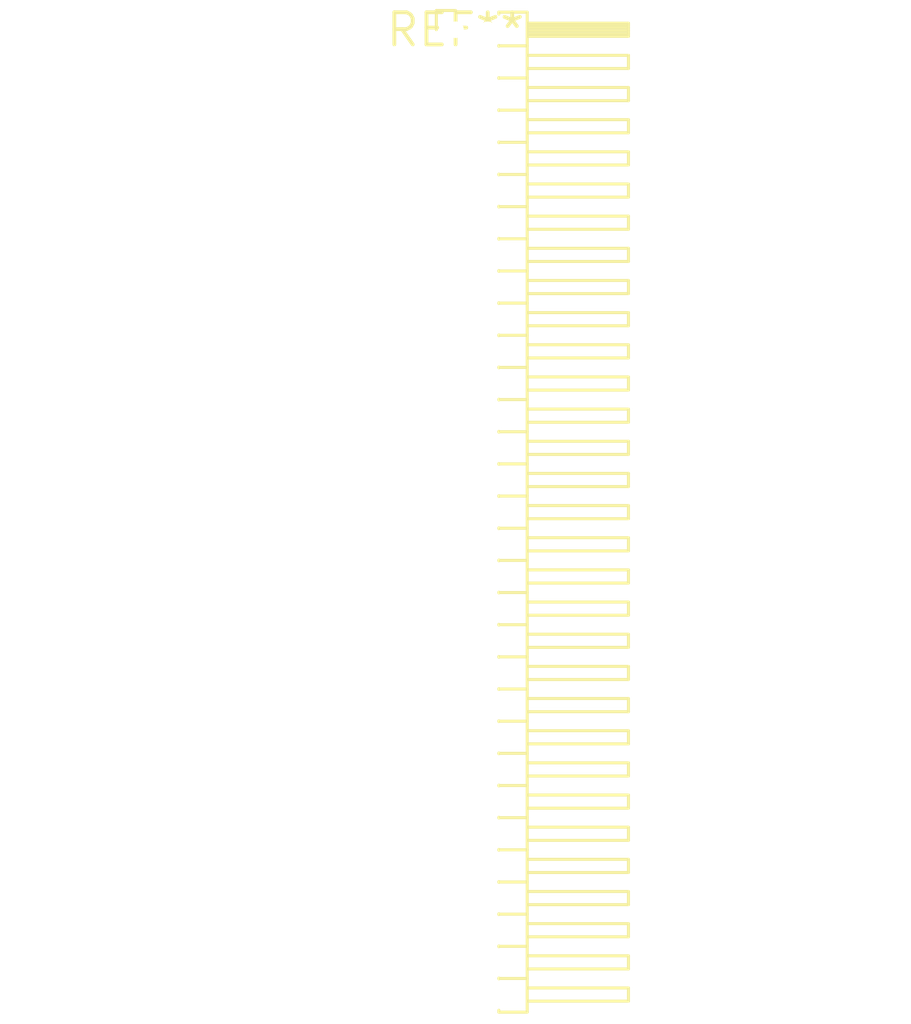
<source format=kicad_pcb>
(kicad_pcb (version 20240108) (generator pcbnew)
  (layers (0 "F.Cu" signal) (31 "B.Cu" signal) (34 "B.Paste" user) (35 "F.Paste" user) (36 "B.SilkS" user "B.Silkscreen") (37 "F.SilkS" user "F.Silkscreen") (38 "B.Mask" user) (39 "F.Mask" user) (44 "Edge.Cuts" user))
  (net 0 "")
  (footprint "PinHeader_2x31_P1.27mm_Horizontal" (layer "F.Cu") (at 0 0)
    (property "Reference" "REF**")
    (property "Value" "PinHeader_2x31_P1.27mm_Horizontal")
    (fp_line (start -0.76 -0.76) (end 0 -0.76) (layer "F.SilkS") (stroke (width 0.12)))
    (fp_line (start -0.76 0) (end -0.76 -0.76) (layer "F.SilkS") (stroke (width 0.12)))
    (fp_line (start 1.71 -0.695) (end 2.83 -0.695) (layer "F.SilkS") (stroke (width 0.12)))
    (fp_line (start 1.71 -0.619677) (end 1.71 -0.695) (layer "F.SilkS") (stroke (width 0.12)))
    (fp_line (start 1.71 0.619677) (end 1.71 0.650323) (layer "F.SilkS") (stroke (width 0.12)))
    (fp_line (start 1.71 0.635) (end 2.83 0.635) (layer "F.SilkS") (stroke (width 0.12)))
    (fp_line (start 1.71 1.889677) (end 1.71 1.920323) (layer "F.SilkS") (stroke (width 0.12)))
    (fp_line (start 1.71 1.905) (end 2.83 1.905) (layer "F.SilkS") (stroke (width 0.12)))
    (fp_line (start 1.71 3.159677) (end 1.71 3.190323) (layer "F.SilkS") (stroke (width 0.12)))
    (fp_line (start 1.71 3.175) (end 2.83 3.175) (layer "F.SilkS") (stroke (width 0.12)))
    (fp_line (start 1.71 4.429677) (end 1.71 4.460323) (layer "F.SilkS") (stroke (width 0.12)))
    (fp_line (start 1.71 4.445) (end 2.83 4.445) (layer "F.SilkS") (stroke (width 0.12)))
    (fp_line (start 1.71 5.699677) (end 1.71 5.730323) (layer "F.SilkS") (stroke (width 0.12)))
    (fp_line (start 1.71 5.715) (end 2.83 5.715) (layer "F.SilkS") (stroke (width 0.12)))
    (fp_line (start 1.71 6.969677) (end 1.71 7.000323) (layer "F.SilkS") (stroke (width 0.12)))
    (fp_line (start 1.71 6.985) (end 2.83 6.985) (layer "F.SilkS") (stroke (width 0.12)))
    (fp_line (start 1.71 8.239677) (end 1.71 8.270323) (layer "F.SilkS") (stroke (width 0.12)))
    (fp_line (start 1.71 8.255) (end 2.83 8.255) (layer "F.SilkS") (stroke (width 0.12)))
    (fp_line (start 1.71 9.509677) (end 1.71 9.540323) (layer "F.SilkS") (stroke (width 0.12)))
    (fp_line (start 1.71 9.525) (end 2.83 9.525) (layer "F.SilkS") (stroke (width 0.12)))
    (fp_line (start 1.71 10.779677) (end 1.71 10.810323) (layer "F.SilkS") (stroke (width 0.12)))
    (fp_line (start 1.71 10.795) (end 2.83 10.795) (layer "F.SilkS") (stroke (width 0.12)))
    (fp_line (start 1.71 12.049677) (end 1.71 12.080323) (layer "F.SilkS") (stroke (width 0.12)))
    (fp_line (start 1.71 12.065) (end 2.83 12.065) (layer "F.SilkS") (stroke (width 0.12)))
    (fp_line (start 1.71 13.319677) (end 1.71 13.350323) (layer "F.SilkS") (stroke (width 0.12)))
    (fp_line (start 1.71 13.335) (end 2.83 13.335) (layer "F.SilkS") (stroke (width 0.12)))
    (fp_line (start 1.71 14.589677) (end 1.71 14.620323) (layer "F.SilkS") (stroke (width 0.12)))
    (fp_line (start 1.71 14.605) (end 2.83 14.605) (layer "F.SilkS") (stroke (width 0.12)))
    (fp_line (start 1.71 15.859677) (end 1.71 15.890323) (layer "F.SilkS") (stroke (width 0.12)))
    (fp_line (start 1.71 15.875) (end 2.83 15.875) (layer "F.SilkS") (stroke (width 0.12)))
    (fp_line (start 1.71 17.129677) (end 1.71 17.160323) (layer "F.SilkS") (stroke (width 0.12)))
    (fp_line (start 1.71 17.145) (end 2.83 17.145) (layer "F.SilkS") (stroke (width 0.12)))
    (fp_line (start 1.71 18.399677) (end 1.71 18.430323) (layer "F.SilkS") (stroke (width 0.12)))
    (fp_line (start 1.71 18.415) (end 2.83 18.415) (layer "F.SilkS") (stroke (width 0.12)))
    (fp_line (start 1.71 19.669677) (end 1.71 19.700323) (layer "F.SilkS") (stroke (width 0.12)))
    (fp_line (start 1.71 19.685) (end 2.83 19.685) (layer "F.SilkS") (stroke (width 0.12)))
    (fp_line (start 1.71 20.939677) (end 1.71 20.970323) (layer "F.SilkS") (stroke (width 0.12)))
    (fp_line (start 1.71 20.955) (end 2.83 20.955) (layer "F.SilkS") (stroke (width 0.12)))
    (fp_line (start 1.71 22.209677) (end 1.71 22.240323) (layer "F.SilkS") (stroke (width 0.12)))
    (fp_line (start 1.71 22.225) (end 2.83 22.225) (layer "F.SilkS") (stroke (width 0.12)))
    (fp_line (start 1.71 23.479677) (end 1.71 23.510323) (layer "F.SilkS") (stroke (width 0.12)))
    (fp_line (start 1.71 23.495) (end 2.83 23.495) (layer "F.SilkS") (stroke (width 0.12)))
    (fp_line (start 1.71 24.749677) (end 1.71 24.780323) (layer "F.SilkS") (stroke (width 0.12)))
    (fp_line (start 1.71 24.765) (end 2.83 24.765) (layer "F.SilkS") (stroke (width 0.12)))
    (fp_line (start 1.71 26.019677) (end 1.71 26.050323) (layer "F.SilkS") (stroke (width 0.12)))
    (fp_line (start 1.71 26.035) (end 2.83 26.035) (layer "F.SilkS") (stroke (width 0.12)))
    (fp_line (start 1.71 27.289677) (end 1.71 27.320323) (layer "F.SilkS") (stroke (width 0.12)))
    (fp_line (start 1.71 27.305) (end 2.83 27.305) (layer "F.SilkS") (stroke (width 0.12)))
    (fp_line (start 1.71 28.559677) (end 1.71 28.590323) (layer "F.SilkS") (stroke (width 0.12)))
    (fp_line (start 1.71 28.575) (end 2.83 28.575) (layer "F.SilkS") (stroke (width 0.12)))
    (fp_line (start 1.71 29.829677) (end 1.71 29.860323) (layer "F.SilkS") (stroke (width 0.12)))
    (fp_line (start 1.71 29.845) (end 2.83 29.845) (layer "F.SilkS") (stroke (width 0.12)))
    (fp_line (start 1.71 31.099677) (end 1.71 31.130323) (layer "F.SilkS") (stroke (width 0.12)))
    (fp_line (start 1.71 31.115) (end 2.83 31.115) (layer "F.SilkS") (stroke (width 0.12)))
    (fp_line (start 1.71 32.369677) (end 1.71 32.400323) (layer "F.SilkS") (stroke (width 0.12)))
    (fp_line (start 1.71 32.385) (end 2.83 32.385) (layer "F.SilkS") (stroke (width 0.12)))
    (fp_line (start 1.71 33.639677) (end 1.71 33.670323) (layer "F.SilkS") (stroke (width 0.12)))
    (fp_line (start 1.71 33.655) (end 2.83 33.655) (layer "F.SilkS") (stroke (width 0.12)))
    (fp_line (start 1.71 34.909677) (end 1.71 34.940323) (layer "F.SilkS") (stroke (width 0.12)))
    (fp_line (start 1.71 34.925) (end 2.83 34.925) (layer "F.SilkS") (stroke (width 0.12)))
    (fp_line (start 1.71 36.179677) (end 1.71 36.210323) (layer "F.SilkS") (stroke (width 0.12)))
    (fp_line (start 1.71 36.195) (end 2.83 36.195) (layer "F.SilkS") (stroke (width 0.12)))
    (fp_line (start 1.71 37.449677) (end 1.71 37.480323) (layer "F.SilkS") (stroke (width 0.12)))
    (fp_line (start 1.71 37.465) (end 2.83 37.465) (layer "F.SilkS") (stroke (width 0.12)))
    (fp_line (start 1.71 38.795) (end 1.71 38.719677) (layer "F.SilkS") (stroke (width 0.12)))
    (fp_line (start 2.83 -0.695) (end 2.83 38.795) (layer "F.SilkS") (stroke (width 0.12)))
    (fp_line (start 2.83 -0.26) (end 6.83 -0.26) (layer "F.SilkS") (stroke (width 0.12)))
    (fp_line (start 2.83 -0.2) (end 6.83 -0.2) (layer "F.SilkS") (stroke (width 0.12)))
    (fp_line (start 2.83 -0.08) (end 6.83 -0.08) (layer "F.SilkS") (stroke (width 0.12)))
    (fp_line (start 2.83 0.04) (end 6.83 0.04) (layer "F.SilkS") (stroke (width 0.12)))
    (fp_line (start 2.83 0.16) (end 6.83 0.16) (layer "F.SilkS") (stroke (width 0.12)))
    (fp_line (start 2.83 1.01) (end 6.83 1.01) (layer "F.SilkS") (stroke (width 0.12)))
    (fp_line (start 2.83 2.28) (end 6.83 2.28) (layer "F.SilkS") (stroke (width 0.12)))
    (fp_line (start 2.83 3.55) (end 6.83 3.55) (layer "F.SilkS") (stroke (width 0.12)))
    (fp_line (start 2.83 4.82) (end 6.83 4.82) (layer "F.SilkS") (stroke (width 0.12)))
    (fp_line (start 2.83 6.09) (end 6.83 6.09) (layer "F.SilkS") (stroke (width 0.12)))
    (fp_line (start 2.83 7.36) (end 6.83 7.36) (layer "F.SilkS") (stroke (width 0.12)))
    (fp_line (start 2.83 8.63) (end 6.83 8.63) (layer "F.SilkS") (stroke (width 0.12)))
    (fp_line (start 2.83 9.9) (end 6.83 9.9) (layer "F.SilkS") (stroke (width 0.12)))
    (fp_line (start 2.83 11.17) (end 6.83 11.17) (layer "F.SilkS") (stroke (width 0.12)))
    (fp_line (start 2.83 12.44) (end 6.83 12.44) (layer "F.SilkS") (stroke (width 0.12)))
    (fp_line (start 2.83 13.71) (end 6.83 13.71) (layer "F.SilkS") (stroke (width 0.12)))
    (fp_line (start 2.83 14.98) (end 6.83 14.98) (layer "F.SilkS") (stroke (width 0.12)))
    (fp_line (start 2.83 16.25) (end 6.83 16.25) (layer "F.SilkS") (stroke (width 0.12)))
    (fp_line (start 2.83 17.52) (end 6.83 17.52) (layer "F.SilkS") (stroke (width 0.12)))
    (fp_line (start 2.83 18.79) (end 6.83 18.79) (layer "F.SilkS") (stroke (width 0.12)))
    (fp_line (start 2.83 20.06) (end 6.83 20.06) (layer "F.SilkS") (stroke (width 0.12)))
    (fp_line (start 2.83 21.33) (end 6.83 21.33) (layer "F.SilkS") (stroke (width 0.12)))
    (fp_line (start 2.83 22.6) (end 6.83 22.6) (layer "F.SilkS") (stroke (width 0.12)))
    (fp_line (start 2.83 23.87) (end 6.83 23.87) (layer "F.SilkS") (stroke (width 0.12)))
    (fp_line (start 2.83 25.14) (end 6.83 25.14) (layer "F.SilkS") (stroke (width 0.12)))
    (fp_line (start 2.83 26.41) (end 6.83 26.41) (layer "F.SilkS") (stroke (width 0.12)))
    (fp_line (start 2.83 27.68) (end 6.83 27.68) (layer "F.SilkS") (stroke (width 0.12)))
    (fp_line (start 2.83 28.95) (end 6.83 28.95) (layer "F.SilkS") (stroke (width 0.12)))
    (fp_line (start 2.83 30.22) (end 6.83 30.22) (layer "F.SilkS") (stroke (width 0.12)))
    (fp_line (start 2.83 31.49) (end 6.83 31.49) (layer "F.SilkS") (stroke (width 0.12)))
    (fp_line (start 2.83 32.76) (end 6.83 32.76) (layer "F.SilkS") (stroke (width 0.12)))
    (fp_line (start 2.83 34.03) (end 6.83 34.03) (layer "F.SilkS") (stroke (width 0.12)))
    (fp_line (start 2.83 35.3) (end 6.83 35.3) (layer "F.SilkS") (stroke (width 0.12)))
    (fp_line (start 2.83 36.57) (end 6.83 36.57) (layer "F.SilkS") (stroke (width 0.12)))
    (fp_line (start 2.83 37.84) (end 6.83 37.84) (layer "F.SilkS") (stroke (width 0.12)))
    (fp_line (start 2.83 38.795) (end 1.71 38.795) (layer "F.SilkS") (stroke (width 0.12)))
    (fp_line (start 6.83 -0.26) (end 6.83 0.26) (layer "F.SilkS") (stroke (width 0.12)))
    (fp_line (start 6.83 0.26) (end 2.83 0.26) (layer "F.SilkS") (stroke (width 0.12)))
    (fp_line (start 6.83 1.01) (end 6.83 1.53) (layer "F.SilkS") (stroke (width 0.12)))
    (fp_line (start 6.83 1.53) (end 2.83 1.53) (layer "F.SilkS") (stroke (width 0.12)))
    (fp_line (start 6.83 2.28) (end 6.83 2.8) (layer "F.SilkS") (stroke (width 0.12)))
    (fp_line (start 6.83 2.8) (end 2.83 2.8) (layer "F.SilkS") (stroke (width 0.12)))
    (fp_line (start 6.83 3.55) (end 6.83 4.07) (layer "F.SilkS") (stroke (width 0.12)))
    (fp_line (start 6.83 4.07) (end 2.83 4.07) (layer "F.SilkS") (stroke (width 0.12)))
    (fp_line (start 6.83 4.82) (end 6.83 5.34) (layer "F.SilkS") (stroke (width 0.12)))
    (fp_line (start 6.83 5.34) (end 2.83 5.34) (layer "F.SilkS") (stroke (width 0.12)))
    (fp_line (start 6.83 6.09) (end 6.83 6.61) (layer "F.SilkS") (stroke (width 0.12)))
    (fp_line (start 6.83 6.61) (end 2.83 6.61) (layer "F.SilkS") (stroke (width 0.12)))
    (fp_line (start 6.83 7.36) (end 6.83 7.88) (layer "F.SilkS") (stroke (width 0.12)))
    (fp_line (start 6.83 7.88) (end 2.83 7.88) (layer "F.SilkS") (stroke (width 0.12)))
    (fp_line (start 6.83 8.63) (end 6.83 9.15) (layer "F.SilkS") (stroke (width 0.12)))
    (fp_line (start 6.83 9.15) (end 2.83 9.15) (layer "F.SilkS") (stroke (width 0.12)))
    (fp_line (start 6.83 9.9) (end 6.83 10.42) (layer "F.SilkS") (stroke (width 0.12)))
    (fp_line (start 6.83 10.42) (end 2.83 10.42) (layer "F.SilkS") (stroke (width 0.12)))
    (fp_line (start 6.83 11.17) (end 6.83 11.69) (layer "F.SilkS") (stroke (width 0.12)))
    (fp_line (start 6.83 11.69) (end 2.83 11.69) (layer "F.SilkS") (stroke (width 0.12)))
    (fp_line (start 6.83 12.44) (end 6.83 12.96) (layer "F.SilkS") (stroke (width 0.12)))
    (fp_line (start 6.83 12.96) (end 2.83 12.96) (layer "F.SilkS") (stroke (width 0.12)))
    (fp_line (start 6.83 13.71) (end 6.83 14.23) (layer "F.SilkS") (stroke (width 0.12)))
    (fp_line (start 6.83 14.23) (end 2.83 14.23) (layer "F.SilkS") (stroke (width 0.12)))
    (fp_line (start 6.83 14.98) (end 6.83 15.5) (layer "F.SilkS") (stroke (width 0.12)))
    (fp_line (start 6.83 15.5) (end 2.83 15.5) (layer "F.SilkS") (stroke (width 0.12)))
    (fp_line (start 6.83 16.25) (end 6.83 16.77) (layer "F.SilkS") (stroke (width 0.12)))
    (fp_line (start 6.83 16.77) (end 2.83 16.77) (layer "F.SilkS") (stroke (width 0.12)))
    (fp_line (start 6.83 17.52) (end 6.83 18.04) (layer "F.SilkS") (stroke (width 0.12)))
    (fp_line (start 6.83 18.04) (end 2.83 18.04) (layer "F.SilkS") (stroke (width 0.12)))
    (fp_line (start 6.83 18.79) (end 6.83 19.31) (layer "F.SilkS") (stroke (width 0.12)))
    (fp_line (start 6.83 19.31) (end 2.83 19.31) (layer "F.SilkS") (stroke (width 0.12)))
    (fp_line (start 6.83 20.06) (end 6.83 20.58) (layer "F.SilkS") (stroke (width 0.12)))
    (fp_line (start 6.83 20.58) (end 2.83 20.58) (layer "F.SilkS") (stroke (width 0.12)))
    (fp_line (start 6.83 21.33) (end 6.83 21.85) (layer "F.SilkS") (stroke (width 0.12)))
    (fp_line (start 6.83 21.85) (end 2.83 21.85) (layer "F.SilkS") (stroke (width 0.12)))
    (fp_line (start 6.83 22.6) (end 6.83 23.12) (layer "F.SilkS") (stroke (width 0.12)))
    (fp_line (start 6.83 23.12) (end 2.83 23.12) (layer "F.SilkS") (stroke (width 0.12)))
    (fp_line (start 6.83 23.87) (end 6.83 24.39) (layer "F.SilkS") (stroke (width 0.12)))
    (fp_line (start 6.83 24.39) (end 2.83 24.39) (layer "F.SilkS") (stroke (width 0.12)))
    (fp_line (start 6.83 25.14) (end 6.83 25.66) (layer "F.SilkS") (stroke (width 0.12)))
    (fp_line (start 6.83 25.66) (end 2.83 25.66) (layer "F.SilkS") (stroke (width 0.12)))
    (fp_line (start 6.83 26.41) (end 6.83 26.93) (layer "F.SilkS") (stroke (width 0.12)))
    (fp_line (start 6.83 26.93) (end 2.83 26.93) (layer "F.SilkS") (stroke (width 0.12)))
    (fp_line (start 6.83 27.68) (end 6.83 28.2) (layer "F.SilkS") (stroke (width 0.12)))
    (fp_line (start 6.83 28.2) (end 2.83 28.2) (layer "F.SilkS") (stroke (width 0.12)))
    (fp_line (start 6.83 28.95) (end 6.83 29.47) (layer "F.SilkS") (stroke (width 0.12)))
    (fp_line (start 6.83 29.47) (end 2.83 29.47) (layer "F.SilkS") (stroke (width 0.12)))
    (fp_line (start 6.83 30.22) (end 6.83 30.74) (layer "F.SilkS") (stroke (width 0.12)))
    (fp_line (start 6.83 30.74) (end 2.83 30.74) (layer "F.SilkS") (stroke (width 0.12)))
    (fp_line (start 6.83 31.49) (end 6.83 32.01) (layer "F.SilkS") (stroke (width 0.12)))
    (fp_line (start 6.83 32.01) (end 2.83 32.01) (layer "F.SilkS") (stroke (width 0.12)))
    (fp_line (start 6.83 32.76) (end 6.83 33.28) (layer "F.SilkS") (stroke (width 0.12)))
    (fp_line (start 6.83 33.28) (end 2.83 33.28) (layer "F.SilkS") (stroke (width 0.12)))
    (fp_line (start 6.83 34.03) (end 6.83 34.55) (layer "F.SilkS") (stroke (width 0.12)))
    (fp_line (start 6.83 34.55) (end 2.83 34.55) (layer "F.SilkS") (stroke (width 0.12)))
    (fp_line (start 6.83 35.3) (end 6.83 35.82) (layer "F.SilkS") (stroke (width 0.12)))
    (fp_line (start 6.83 35.82) (end 2.83 35.82) (layer "F.SilkS") (stroke (width 0.12)))
    (fp_line (start 6.83 36.57) (end 6.83 37.09) (layer "F.SilkS") (stroke (width 0.12)))
    (fp_line (start 6.83 37.09) (end 2.83 37.09) (layer "F.SilkS") (stroke (width 0.12)))
    (fp_line (start 6.83 37.84) (end 6.83 38.36) (layer "F.SilkS") (stroke (width 0.12)))
    (fp_line (start 6.83 38.36) (end 2.83 38.36) (layer "F.SilkS") (stroke (width 0.12)))
    (pad "1" thru_hole rect (at 0 0) (size 1 1) (drill 0.65) (layers *.Cu *.Mask) (remove_unused_layers))
    (pad "2" thru_hole oval (at 1.27 0) (size 1 1) (drill 0.65) (layers *.Cu *.Mask) (remove_unused_layers))
    (pad "3" thru_hole oval (at 0 1.27) (size 1 1) (drill 0.65) (layers *.Cu *.Mask) (remove_unused_layers))
    (pad "4" thru_hole oval (at 1.27 1.27) (size 1 1) (drill 0.65) (layers *.Cu *.Mask) (remove_unused_layers))
    (pad "5" thru_hole oval (at 0 2.54) (size 1 1) (drill 0.65) (layers *.Cu *.Mask) (remove_unused_layers))
    (pad "6" thru_hole oval (at 1.27 2.54) (size 1 1) (drill 0.65) (layers *.Cu *.Mask) (remove_unused_layers))
    (pad "7" thru_hole oval (at 0 3.81) (size 1 1) (drill 0.65) (layers *.Cu *.Mask) (remove_unused_layers))
    (pad "8" thru_hole oval (at 1.27 3.81) (size 1 1) (drill 0.65) (layers *.Cu *.Mask) (remove_unused_layers))
    (pad "9" thru_hole oval (at 0 5.08) (size 1 1) (drill 0.65) (layers *.Cu *.Mask) (remove_unused_layers))
    (pad "10" thru_hole oval (at 1.27 5.08) (size 1 1) (drill 0.65) (layers *.Cu *.Mask) (remove_unused_layers))
    (pad "11" thru_hole oval (at 0 6.35) (size 1 1) (drill 0.65) (layers *.Cu *.Mask) (remove_unused_layers))
    (pad "12" thru_hole oval (at 1.27 6.35) (size 1 1) (drill 0.65) (layers *.Cu *.Mask) (remove_unused_layers))
    (pad "13" thru_hole oval (at 0 7.62) (size 1 1) (drill 0.65) (layers *.Cu *.Mask) (remove_unused_layers))
    (pad "14" thru_hole oval (at 1.27 7.62) (size 1 1) (drill 0.65) (layers *.Cu *.Mask) (remove_unused_layers))
    (pad "15" thru_hole oval (at 0 8.89) (size 1 1) (drill 0.65) (layers *.Cu *.Mask) (remove_unused_layers))
    (pad "16" thru_hole oval (at 1.27 8.89) (size 1 1) (drill 0.65) (layers *.Cu *.Mask) (remove_unused_layers))
    (pad "17" thru_hole oval (at 0 10.16) (size 1 1) (drill 0.65) (layers *.Cu *.Mask) (remove_unused_layers))
    (pad "18" thru_hole oval (at 1.27 10.16) (size 1 1) (drill 0.65) (layers *.Cu *.Mask) (remove_unused_layers))
    (pad "19" thru_hole oval (at 0 11.43) (size 1 1) (drill 0.65) (layers *.Cu *.Mask) (remove_unused_layers))
    (pad "20" thru_hole oval (at 1.27 11.43) (size 1 1) (drill 0.65) (layers *.Cu *.Mask) (remove_unused_layers))
    (pad "21" thru_hole oval (at 0 12.7) (size 1 1) (drill 0.65) (layers *.Cu *.Mask) (remove_unused_layers))
    (pad "22" thru_hole oval (at 1.27 12.7) (size 1 1) (drill 0.65) (layers *.Cu *.Mask) (remove_unused_layers))
    (pad "23" thru_hole oval (at 0 13.97) (size 1 1) (drill 0.65) (layers *.Cu *.Mask) (remove_unused_layers))
    (pad "24" thru_hole oval (at 1.27 13.97) (size 1 1) (drill 0.65) (layers *.Cu *.Mask) (remove_unused_layers))
    (pad "25" thru_hole oval (at 0 15.24) (size 1 1) (drill 0.65) (layers *.Cu *.Mask) (remove_unused_layers))
    (pad "26" thru_hole oval (at 1.27 15.24) (size 1 1) (drill 0.65) (layers *.Cu *.Mask) (remove_unused_layers))
    (pad "27" thru_hole oval (at 0 16.51) (size 1 1) (drill 0.65) (layers *.Cu *.Mask) (remove_unused_layers))
    (pad "28" thru_hole oval (at 1.27 16.51) (size 1 1) (drill 0.65) (layers *.Cu *.Mask) (remove_unused_layers))
    (pad "29" thru_hole oval (at 0 17.78) (size 1 1) (drill 0.65) (layers *.Cu *.Mask) (remove_unused_layers))
    (pad "30" thru_hole oval (at 1.27 17.78) (size 1 1) (drill 0.65) (layers *.Cu *.Mask) (remove_unused_layers))
    (pad "31" thru_hole oval (at 0 19.05) (size 1 1) (drill 0.65) (layers *.Cu *.Mask) (remove_unused_layers))
    (pad "32" thru_hole oval (at 1.27 19.05) (size 1 1) (drill 0.65) (layers *.Cu *.Mask) (remove_unused_layers))
    (pad "33" thru_hole oval (at 0 20.32) (size 1 1) (drill 0.65) (layers *.Cu *.Mask) (remove_unused_layers))
    (pad "34" thru_hole oval (at 1.27 20.32) (size 1 1) (drill 0.65) (layers *.Cu *.Mask) (remove_unused_layers))
    (pad "35" thru_hole oval (at 0 21.59) (size 1 1) (drill 0.65) (layers *.Cu *.Mask) (remove_unused_layers))
    (pad "36" thru_hole oval (at 1.27 21.59) (size 1 1) (drill 0.65) (layers *.Cu *.Mask) (remove_unused_layers))
    (pad "37" thru_hole oval (at 0 22.86) (size 1 1) (drill 0.65) (layers *.Cu *.Mask) (remove_unused_layers))
    (pad "38" thru_hole oval (at 1.27 22.86) (size 1 1) (drill 0.65) (layers *.Cu *.Mask) (remove_unused_layers))
    (pad "39" thru_hole oval (at 0 24.13) (size 1 1) (drill 0.65) (layers *.Cu *.Mask) (remove_unused_layers))
    (pad "40" thru_hole oval (at 1.27 24.13) (size 1 1) (drill 0.65) (layers *.Cu *.Mask) (remove_unused_layers))
    (pad "41" thru_hole oval (at 0 25.4) (size 1 1) (drill 0.65) (layers *.Cu *.Mask) (remove_unused_layers))
    (pad "42" thru_hole oval (at 1.27 25.4) (size 1 1) (drill 0.65) (layers *.Cu *.Mask) (remove_unused_layers))
    (pad "43" thru_hole oval (at 0 26.67) (size 1 1) (drill 0.65) (layers *.Cu *.Mask) (remove_unused_layers))
    (pad "44" thru_hole oval (at 1.27 26.67) (size 1 1) (drill 0.65) (layers *.Cu *.Mask) (remove_unused_layers))
    (pad "45" thru_hole oval (at 0 27.94) (size 1 1) (drill 0.65) (layers *.Cu *.Mask) (remove_unused_layers))
    (pad "46" thru_hole oval (at 1.27 27.94) (size 1 1) (drill 0.65) (layers *.Cu *.Mask) (remove_unused_layers))
    (pad "47" thru_hole oval (at 0 29.21) (size 1 1) (drill 0.65) (layers *.Cu *.Mask) (remove_unused_layers))
    (pad "48" thru_hole oval (at 1.27 29.21) (size 1 1) (drill 0.65) (layers *.Cu *.Mask) (remove_unused_layers))
    (pad "49" thru_hole oval (at 0 30.48) (size 1 1) (drill 0.65) (layers *.Cu *.Mask) (remove_unused_layers))
    (pad "50" thru_hole oval (at 1.27 30.48) (size 1 1) (drill 0.65) (layers *.Cu *.Mask) (remove_unused_layers))
    (pad "51" thru_hole oval (at 0 31.75) (size 1 1) (drill 0.65) (layers *.Cu *.Mask) (remove_unused_layers))
    (pad "52" thru_hole oval (at 1.27 31.75) (size 1 1) (drill 0.65) (layers *.Cu *.Mask) (remove_unused_layers))
    (pad "53" thru_hole oval (at 0 33.02) (size 1 1) (drill 0.65) (layers *.Cu *.Mask) (remove_unused_layers))
    (pad "54" thru_hole oval (at 1.27 33.02) (size 1 1) (drill 0.65) (layers *.Cu *.Mask) (remove_unused_layers))
    (pad "55" thru_hole oval (at 0 34.29) (size 1 1) (drill 0.65) (layers *.Cu *.Mask) (remove_unused_layers))
    (pad "56" thru_hole oval (at 1.27 34.29) (size 1 1) (drill 0.65) (layers *.Cu *.Mask) (remove_unused_layers))
    (pad "57" thru_hole oval (at 0 35.56) (size 1 1) (drill 0.65) (layers *.Cu *.Mask) (remove_unused_layers))
    (pad "58" thru_hole oval (at 1.27 35.56) (size 1 1) (drill 0.65) (layers *.Cu *.Mask) (remove_unused_layers))
    (pad "59" thru_hole oval (at 0 36.83) (size 1 1) (drill 0.65) (layers *.Cu *.Mask) (remove_unused_layers))
    (pad "60" thru_hole oval (at 1.27 36.83) (size 1 1) (drill 0.65) (layers *.Cu *.Mask) (remove_unused_layers))
    (pad "61" thru_hole oval (at 0 38.1) (size 1 1) (drill 0.65) (layers *.Cu *.Mask) (remove_unused_layers))
    (pad "62" thru_hole oval (at 1.27 38.1) (size 1 1) (drill 0.65) (layers *.Cu *.Mask) (remove_unused_layers))
  )
)
</source>
